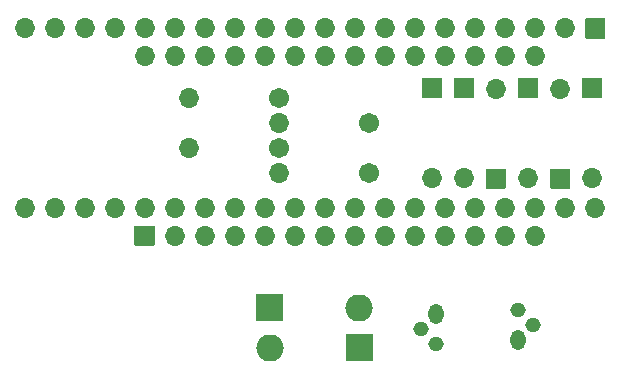
<source format=gbr>
G04 #@! TF.GenerationSoftware,KiCad,Pcbnew,5.1.10-88a1d61d58~88~ubuntu18.04.1*
G04 #@! TF.CreationDate,2021-09-30T23:52:24+02:00*
G04 #@! TF.ProjectId,adapt_prog_eprom-fat,61646170-745f-4707-926f-675f6570726f,rev?*
G04 #@! TF.SameCoordinates,Original*
G04 #@! TF.FileFunction,Soldermask,Bot*
G04 #@! TF.FilePolarity,Negative*
%FSLAX46Y46*%
G04 Gerber Fmt 4.6, Leading zero omitted, Abs format (unit mm)*
G04 Created by KiCad (PCBNEW 5.1.10-88a1d61d58~88~ubuntu18.04.1) date 2021-09-30 23:52:24*
%MOMM*%
%LPD*%
G01*
G04 APERTURE LIST*
%ADD10O,2.302000X2.302000*%
%ADD11O,1.702000X1.702000*%
%ADD12O,1.302000X1.302000*%
%ADD13O,1.302000X1.702000*%
%ADD14C,1.702000*%
G04 APERTURE END LIST*
G36*
G01*
X128751000Y-39830000D02*
X128751000Y-42030000D01*
G75*
G02*
X128700000Y-42081000I-51000J0D01*
G01*
X126500000Y-42081000D01*
G75*
G02*
X126449000Y-42030000I0J51000D01*
G01*
X126449000Y-39830000D01*
G75*
G02*
X126500000Y-39779000I51000J0D01*
G01*
X128700000Y-39779000D01*
G75*
G02*
X128751000Y-39830000I0J-51000D01*
G01*
G37*
D10*
X119980000Y-40930000D03*
X127570000Y-37540000D03*
G36*
G01*
X118799000Y-38640000D02*
X118799000Y-36440000D01*
G75*
G02*
X118850000Y-36389000I51000J0D01*
G01*
X121050000Y-36389000D01*
G75*
G02*
X121101000Y-36440000I0J-51000D01*
G01*
X121101000Y-38640000D01*
G75*
G02*
X121050000Y-38691000I-51000J0D01*
G01*
X118850000Y-38691000D01*
G75*
G02*
X118799000Y-38640000I0J51000D01*
G01*
G37*
G36*
G01*
X135630000Y-18119000D02*
X137230000Y-18119000D01*
G75*
G02*
X137281000Y-18170000I0J-51000D01*
G01*
X137281000Y-19770000D01*
G75*
G02*
X137230000Y-19821000I-51000J0D01*
G01*
X135630000Y-19821000D01*
G75*
G02*
X135579000Y-19770000I0J51000D01*
G01*
X135579000Y-18170000D01*
G75*
G02*
X135630000Y-18119000I51000J0D01*
G01*
G37*
D11*
X136430000Y-26590000D03*
X133730000Y-26580000D03*
G36*
G01*
X132930000Y-18109000D02*
X134530000Y-18109000D01*
G75*
G02*
X134581000Y-18160000I0J-51000D01*
G01*
X134581000Y-19760000D01*
G75*
G02*
X134530000Y-19811000I-51000J0D01*
G01*
X132930000Y-19811000D01*
G75*
G02*
X132879000Y-19760000I0J51000D01*
G01*
X132879000Y-18160000D01*
G75*
G02*
X132930000Y-18109000I51000J0D01*
G01*
G37*
X141860000Y-26590000D03*
G36*
G01*
X141060000Y-18119000D02*
X142660000Y-18119000D01*
G75*
G02*
X142711000Y-18170000I0J-51000D01*
G01*
X142711000Y-19770000D01*
G75*
G02*
X142660000Y-19821000I-51000J0D01*
G01*
X141060000Y-19821000D01*
G75*
G02*
X141009000Y-19770000I0J51000D01*
G01*
X141009000Y-18170000D01*
G75*
G02*
X141060000Y-18119000I51000J0D01*
G01*
G37*
G36*
G01*
X139940000Y-27471000D02*
X138340000Y-27471000D01*
G75*
G02*
X138289000Y-27420000I0J51000D01*
G01*
X138289000Y-25820000D01*
G75*
G02*
X138340000Y-25769000I51000J0D01*
G01*
X139940000Y-25769000D01*
G75*
G02*
X139991000Y-25820000I0J-51000D01*
G01*
X139991000Y-27420000D01*
G75*
G02*
X139940000Y-27471000I-51000J0D01*
G01*
G37*
X139140000Y-19000000D03*
X144580000Y-19000000D03*
G36*
G01*
X145380000Y-27471000D02*
X143780000Y-27471000D01*
G75*
G02*
X143729000Y-27420000I0J51000D01*
G01*
X143729000Y-25820000D01*
G75*
G02*
X143780000Y-25769000I51000J0D01*
G01*
X145380000Y-25769000D01*
G75*
G02*
X145431000Y-25820000I0J-51000D01*
G01*
X145431000Y-27420000D01*
G75*
G02*
X145380000Y-27471000I-51000J0D01*
G01*
G37*
G36*
G01*
X146500000Y-18119000D02*
X148100000Y-18119000D01*
G75*
G02*
X148151000Y-18170000I0J-51000D01*
G01*
X148151000Y-19770000D01*
G75*
G02*
X148100000Y-19821000I-51000J0D01*
G01*
X146500000Y-19821000D01*
G75*
G02*
X146449000Y-19770000I0J51000D01*
G01*
X146449000Y-18170000D01*
G75*
G02*
X146500000Y-18119000I51000J0D01*
G01*
G37*
X147300000Y-26590000D03*
D12*
X141040000Y-37760000D03*
X142310000Y-39030000D03*
D13*
X141040000Y-40300000D03*
X134040000Y-38100000D03*
D12*
X132770000Y-39370000D03*
X134040000Y-40640000D03*
D11*
X120770000Y-26180000D03*
D14*
X128390000Y-26180000D03*
X120800000Y-24030000D03*
D11*
X113180000Y-24030000D03*
X120770000Y-21890000D03*
D14*
X128390000Y-21890000D03*
X120760000Y-19810000D03*
D11*
X113140000Y-19810000D03*
X147535000Y-29151000D03*
X99275000Y-13911000D03*
X144995000Y-29151000D03*
X101815000Y-13911000D03*
X142455000Y-29151000D03*
X104355000Y-13911000D03*
X139915000Y-29151000D03*
X106895000Y-13911000D03*
X137375000Y-29151000D03*
X109435000Y-13911000D03*
X134835000Y-29151000D03*
X111975000Y-13911000D03*
X132295000Y-29151000D03*
X114515000Y-13911000D03*
X129755000Y-29151000D03*
X117055000Y-13911000D03*
X127215000Y-29151000D03*
X119595000Y-13911000D03*
X124675000Y-29151000D03*
X122135000Y-13911000D03*
X122135000Y-29151000D03*
X124675000Y-13911000D03*
X119595000Y-29151000D03*
X127215000Y-13911000D03*
X117055000Y-29151000D03*
X129755000Y-13911000D03*
X114515000Y-29151000D03*
X132295000Y-13911000D03*
X111975000Y-29151000D03*
X134835000Y-13911000D03*
X109435000Y-29151000D03*
X137375000Y-13911000D03*
X106895000Y-29151000D03*
X139915000Y-13911000D03*
X104355000Y-29151000D03*
X142455000Y-13911000D03*
X101815000Y-29151000D03*
X144995000Y-13911000D03*
X99275000Y-29151000D03*
G36*
G01*
X146735000Y-13060000D02*
X148335000Y-13060000D01*
G75*
G02*
X148386000Y-13111000I0J-51000D01*
G01*
X148386000Y-14711000D01*
G75*
G02*
X148335000Y-14762000I-51000J0D01*
G01*
X146735000Y-14762000D01*
G75*
G02*
X146684000Y-14711000I0J51000D01*
G01*
X146684000Y-13111000D01*
G75*
G02*
X146735000Y-13060000I51000J0D01*
G01*
G37*
X109390000Y-16240000D03*
X142410000Y-31480000D03*
X111930000Y-16240000D03*
X139870000Y-31480000D03*
X114470000Y-16240000D03*
X137330000Y-31480000D03*
X117010000Y-16240000D03*
X134790000Y-31480000D03*
X119550000Y-16240000D03*
X132250000Y-31480000D03*
X122090000Y-16240000D03*
X129710000Y-31480000D03*
X124630000Y-16240000D03*
X127170000Y-31480000D03*
X127170000Y-16240000D03*
X124630000Y-31480000D03*
X129710000Y-16240000D03*
X122090000Y-31480000D03*
X132250000Y-16240000D03*
X119550000Y-31480000D03*
X134790000Y-16240000D03*
X117010000Y-31480000D03*
X137330000Y-16240000D03*
X114470000Y-31480000D03*
X139870000Y-16240000D03*
X111930000Y-31480000D03*
X142410000Y-16240000D03*
G36*
G01*
X110190000Y-32331000D02*
X108590000Y-32331000D01*
G75*
G02*
X108539000Y-32280000I0J51000D01*
G01*
X108539000Y-30680000D01*
G75*
G02*
X108590000Y-30629000I51000J0D01*
G01*
X110190000Y-30629000D01*
G75*
G02*
X110241000Y-30680000I0J-51000D01*
G01*
X110241000Y-32280000D01*
G75*
G02*
X110190000Y-32331000I-51000J0D01*
G01*
G37*
M02*

</source>
